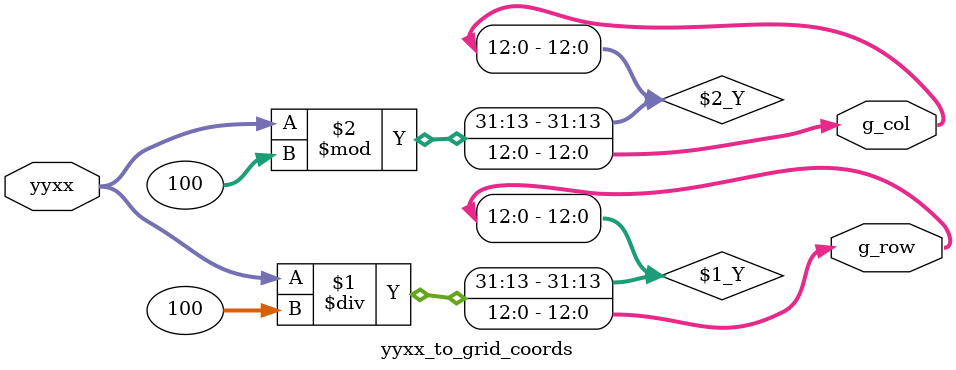
<source format=v>
`timescale 1ns / 1ps


module yyxx_to_grid_coords(input [12:0] yyxx, output [12:0] g_row, g_col);
    assign g_row = yyxx / 100;
    assign g_col = yyxx % 100;
endmodule

</source>
